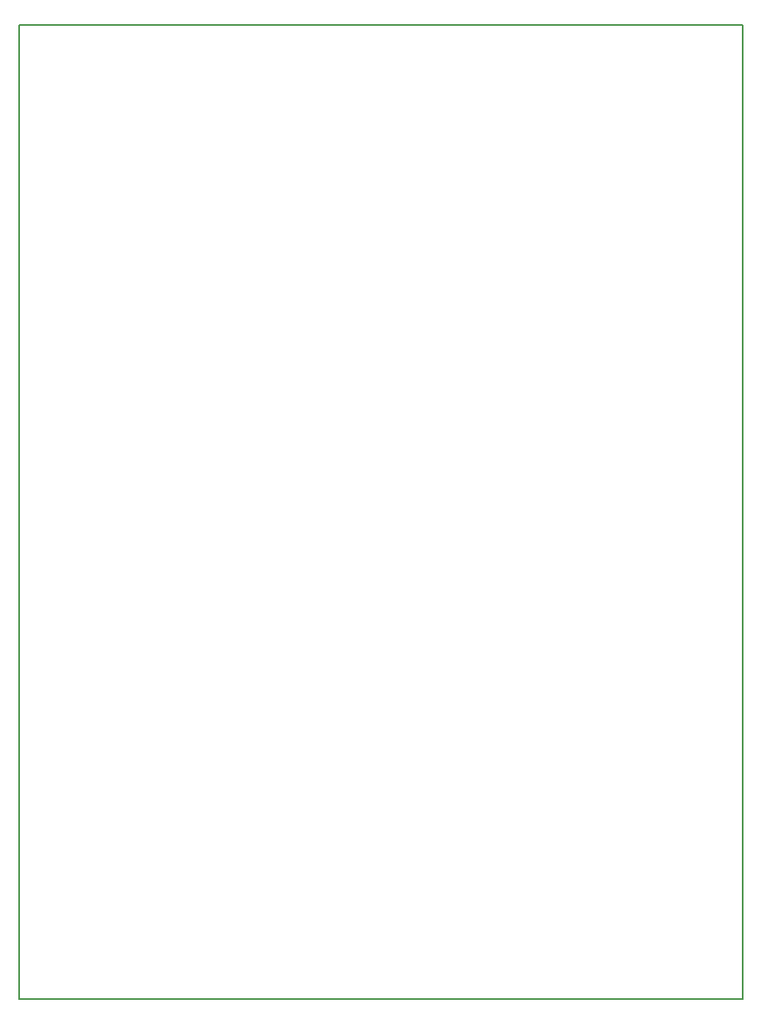
<source format=gbr>
%TF.GenerationSoftware,KiCad,Pcbnew,7.0.9*%
%TF.CreationDate,2024-02-29T16:41:00+08:00*%
%TF.ProjectId,Elecraft_K1_Remake,456c6563-7261-4667-945f-4b315f52656d,rev?*%
%TF.SameCoordinates,Original*%
%TF.FileFunction,Other,User*%
%FSLAX46Y46*%
G04 Gerber Fmt 4.6, Leading zero omitted, Abs format (unit mm)*
G04 Created by KiCad (PCBNEW 7.0.9) date 2024-02-29 16:41:00*
%MOMM*%
%LPD*%
G01*
G04 APERTURE LIST*
%ADD10C,0.150000*%
G04 APERTURE END LIST*
D10*
X39370000Y-66040000D02*
X113030000Y-66040000D01*
X113030000Y-165100000D01*
X39370000Y-165100000D01*
X39370000Y-66040000D01*
M02*

</source>
